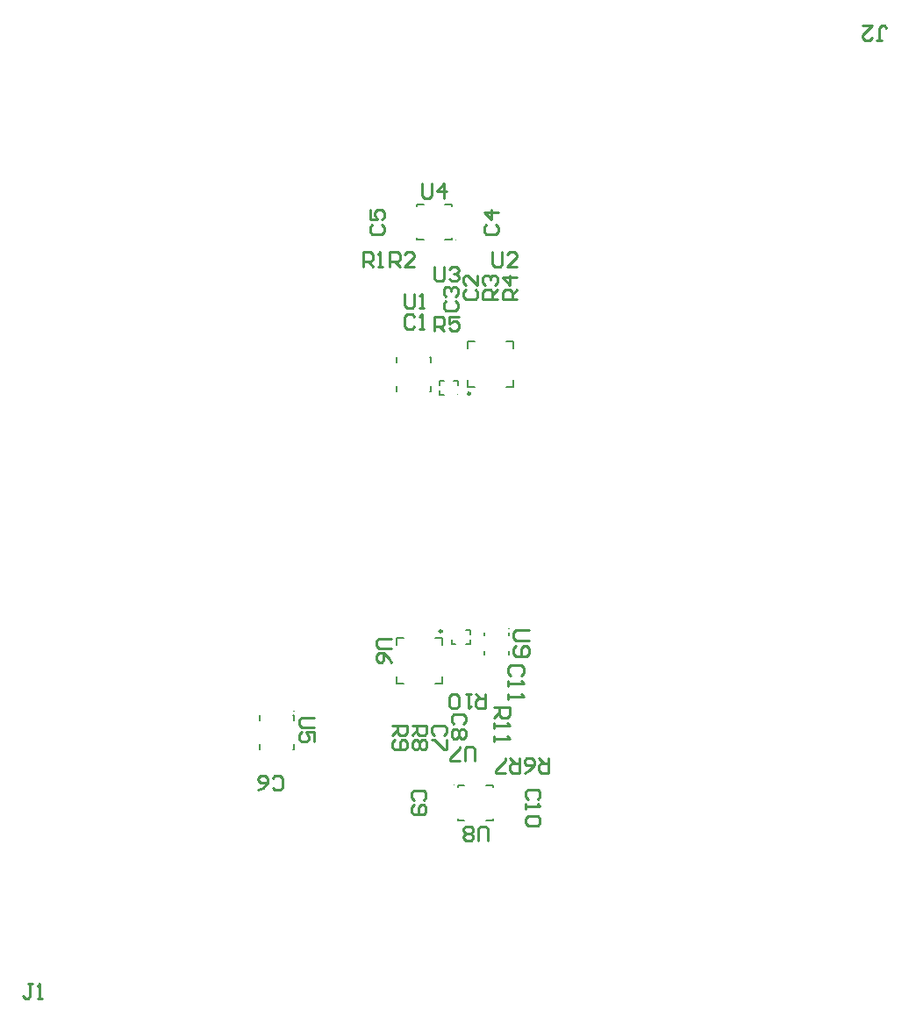
<source format=gbr>
%TF.GenerationSoftware,Altium Limited,Altium Designer,23.9.2 (47)*%
G04 Layer_Color=65535*
%FSLAX25Y25*%
%MOIN*%
%TF.SameCoordinates,C1B3935E-4126-4279-B8D9-91AEC20F268D*%
%TF.FilePolarity,Positive*%
%TF.FileFunction,Legend,Top*%
%TF.Part,Single*%
G01*
G75*
%TA.AperFunction,NonConductor*%
%ADD46C,0.00394*%
%ADD47C,0.00984*%
%ADD48C,0.00787*%
%ADD49C,0.01000*%
D46*
X40354Y-24409D02*
G03*
X40354Y-24409I-197J0D01*
G01*
X19391Y-84003D02*
G03*
X19391Y-84003I-197J0D01*
G01*
X18801Y-25282D02*
G03*
X18801Y-25282I-197J0D01*
G01*
X-41437Y-55847D02*
G03*
X-41437Y-55847I-197J0D01*
G01*
X20276Y123228D02*
G03*
X20276Y123228I-197J0D01*
G01*
X20866Y64508D02*
G03*
X20866Y64508I-197J0D01*
G01*
X-2362Y63976D02*
G03*
X-2362Y63976I-197J0D01*
G01*
D47*
X14765Y-25538D02*
G03*
X14765Y-25538I-492J0D01*
G01*
X25492Y64764D02*
G03*
X25492Y64764I-492J0D01*
G01*
D48*
X40157Y-27185D02*
Y-25984D01*
Y-34252D02*
Y-33051D01*
X30709Y-27185D02*
Y-25984D01*
Y-34252D02*
Y-33051D01*
X31576Y-97388D02*
X34155D01*
X20769D02*
X23348D01*
X31576Y-84003D02*
X34155D01*
X20769D02*
X23348D01*
X34155Y-97388D02*
Y-96798D01*
Y-84593D02*
Y-84003D01*
X20769Y-97388D02*
Y-96798D01*
Y-84593D02*
Y-84003D01*
X18433Y-30288D02*
Y-28713D01*
Y-30288D02*
X20008D01*
X23894Y-30301D02*
X25469D01*
Y-28727D01*
X25472Y-26674D02*
Y-25099D01*
X23897D02*
X25472D01*
X-2459Y-30755D02*
Y-28097D01*
X198D01*
X-2459Y-45420D02*
Y-42762D01*
Y-45420D02*
X198D01*
X12206D02*
X14864D01*
Y-42762D01*
Y-30755D02*
Y-28097D01*
X12206D02*
X14864D01*
X-41831Y-57421D02*
X-41634D01*
X-54626D02*
X-54429D01*
X-41831Y-70413D02*
X-41634D01*
X-54626D02*
X-54429D01*
X-41634Y-59429D02*
Y-57421D01*
Y-70413D02*
Y-68405D01*
X-54626Y-59429D02*
Y-57421D01*
Y-70413D02*
Y-68405D01*
X5118Y136614D02*
X7697D01*
X15925D02*
X18504D01*
X5118Y123228D02*
X7697D01*
X15925D02*
X18504D01*
X5118Y136024D02*
Y136614D01*
Y123228D02*
Y123819D01*
X18504Y136024D02*
Y136614D01*
Y123228D02*
Y123819D01*
X20840Y67939D02*
Y69513D01*
X19265D02*
X20840D01*
X13804Y69527D02*
X15379D01*
X13804Y67952D02*
Y69527D01*
X13801Y64325D02*
Y65900D01*
Y64325D02*
X15376D01*
X41732Y67323D02*
Y69980D01*
X39075Y67323D02*
X41732D01*
Y81988D02*
Y84646D01*
X39075D02*
X41732D01*
X24409D02*
X27067D01*
X24409Y81988D02*
Y84646D01*
Y67323D02*
Y69980D01*
Y67323D02*
X27067D01*
X-2559Y65551D02*
X-2362D01*
X10236D02*
X10433D01*
X-2559Y78543D02*
X-2362D01*
X10236D02*
X10433D01*
X-2559Y65551D02*
Y67559D01*
Y76535D02*
Y78543D01*
X10433Y65551D02*
Y67559D01*
Y76535D02*
Y78543D01*
D49*
X4331Y93963D02*
X3412Y94881D01*
X1576D01*
X657Y93963D01*
Y90289D01*
X1576Y89371D01*
X3412D01*
X4331Y90289D01*
X6167Y89371D02*
X8004D01*
X7086D01*
Y94881D01*
X6167Y93963D01*
X23754Y104200D02*
X22836Y103281D01*
Y101445D01*
X23754Y100526D01*
X27427D01*
X28346Y101445D01*
Y103281D01*
X27427Y104200D01*
X28346Y109710D02*
Y106036D01*
X24672Y109710D01*
X23754D01*
X22836Y108791D01*
Y106955D01*
X23754Y106036D01*
X31628Y129003D02*
X30710Y128085D01*
Y126248D01*
X31628Y125330D01*
X35301D01*
X36220Y126248D01*
Y128085D01*
X35301Y129003D01*
X36220Y133595D02*
X30710D01*
X33465Y130840D01*
Y134513D01*
X-11679Y129003D02*
X-12597Y128085D01*
Y126248D01*
X-11679Y125330D01*
X-8006D01*
X-7087Y126248D01*
Y128085D01*
X-8006Y129003D01*
X-12597Y134513D02*
Y130840D01*
X-9843D01*
X-10761Y132676D01*
Y133595D01*
X-9843Y134513D01*
X-8006D01*
X-7087Y133595D01*
Y131758D01*
X-8006Y130840D01*
X16274Y99869D02*
X15355Y98951D01*
Y97114D01*
X16274Y96196D01*
X19947D01*
X20865Y97114D01*
Y98951D01*
X19947Y99869D01*
X16274Y101706D02*
X15355Y102624D01*
Y104461D01*
X16274Y105379D01*
X17192D01*
X18110Y104461D01*
Y103542D01*
Y104461D01*
X19029Y105379D01*
X19947D01*
X20865Y104461D01*
Y102624D01*
X19947Y101706D01*
X-140748Y-159450D02*
X-142585D01*
X-141666D01*
Y-164041D01*
X-142585Y-164960D01*
X-143503D01*
X-144421Y-164041D01*
X-138911Y-164960D02*
X-137075D01*
X-137993D01*
Y-159450D01*
X-138911Y-160368D01*
X-15091Y112993D02*
Y118503D01*
X-12336D01*
X-11417Y117585D01*
Y115748D01*
X-12336Y114830D01*
X-15091D01*
X-13254D02*
X-11417Y112993D01*
X-9581D02*
X-7744D01*
X-8662D01*
Y118503D01*
X-9581Y117585D01*
X-4985Y112993D02*
Y118503D01*
X-2230D01*
X-1312Y117585D01*
Y115748D01*
X-2230Y114830D01*
X-4985D01*
X-3149D02*
X-1312Y112993D01*
X4198D02*
X525D01*
X4198Y116666D01*
Y117585D01*
X3280Y118503D01*
X1443D01*
X525Y117585D01*
X35826Y100526D02*
X30316D01*
Y103281D01*
X31234Y104200D01*
X33071D01*
X33989Y103281D01*
Y100526D01*
Y102363D02*
X35826Y104200D01*
X31234Y106036D02*
X30316Y106955D01*
Y108791D01*
X31234Y109710D01*
X32153D01*
X33071Y108791D01*
Y107873D01*
Y108791D01*
X33989Y109710D01*
X34907D01*
X35826Y108791D01*
Y106955D01*
X34907Y106036D01*
X43306Y100526D02*
X37796D01*
Y103281D01*
X38715Y104200D01*
X40551D01*
X41469Y103281D01*
Y100526D01*
Y102363D02*
X43306Y104200D01*
Y108791D02*
X37796D01*
X40551Y106036D01*
Y109710D01*
X11944Y88584D02*
Y94094D01*
X14699D01*
X15617Y93175D01*
Y91339D01*
X14699Y90420D01*
X11944D01*
X13780D02*
X15617Y88584D01*
X21127Y94094D02*
X17454D01*
Y91339D01*
X19290Y92257D01*
X20209D01*
X21127Y91339D01*
Y89502D01*
X20209Y88584D01*
X18372D01*
X17454Y89502D01*
X657Y102755D02*
Y98163D01*
X1576Y97245D01*
X3412D01*
X4331Y98163D01*
Y102755D01*
X6167Y97245D02*
X8004D01*
X7086D01*
Y102755D01*
X6167Y101837D01*
X33991Y118503D02*
Y113911D01*
X34909Y112993D01*
X36746D01*
X37664Y113911D01*
Y118503D01*
X43174Y112993D02*
X39501D01*
X43174Y116666D01*
Y117585D01*
X42256Y118503D01*
X40419D01*
X39501Y117585D01*
X11944Y112991D02*
Y108399D01*
X12862Y107481D01*
X14699D01*
X15617Y108399D01*
Y112991D01*
X17454Y112073D02*
X18372Y112991D01*
X20209D01*
X21127Y112073D01*
Y111155D01*
X20209Y110236D01*
X19290D01*
X20209D01*
X21127Y109318D01*
Y108399D01*
X20209Y107481D01*
X18372D01*
X17454Y108399D01*
X7219Y144487D02*
Y139896D01*
X8138Y138977D01*
X9974D01*
X10893Y139896D01*
Y144487D01*
X15484Y138977D02*
Y144487D01*
X12729Y141732D01*
X16403D01*
X32151Y-105117D02*
Y-100525D01*
X31232Y-99607D01*
X29396D01*
X28477Y-100525D01*
Y-105117D01*
X26641Y-104199D02*
X25722Y-105117D01*
X23886D01*
X22967Y-104199D01*
Y-103280D01*
X23886Y-102362D01*
X22967Y-101444D01*
Y-100525D01*
X23886Y-99607D01*
X25722D01*
X26641Y-100525D01*
Y-101444D01*
X25722Y-102362D01*
X26641Y-103280D01*
Y-104199D01*
X25722Y-102362D02*
X23886D01*
X27033Y-74802D02*
Y-70211D01*
X26114Y-69292D01*
X24278D01*
X23359Y-70211D01*
Y-74802D01*
X21523D02*
X17849D01*
Y-73884D01*
X21523Y-70211D01*
Y-69292D01*
X-4627Y-28282D02*
X-9219D01*
X-10137Y-29201D01*
Y-31037D01*
X-9219Y-31956D01*
X-4627D01*
Y-37466D02*
X-5545Y-35629D01*
X-7382Y-33792D01*
X-9219D01*
X-10137Y-34711D01*
Y-36547D01*
X-9219Y-37466D01*
X-8300D01*
X-7382Y-36547D01*
Y-33792D01*
X-33958Y-58302D02*
X-38549D01*
X-39468Y-59220D01*
Y-61057D01*
X-38549Y-61975D01*
X-33958D01*
Y-67485D02*
Y-63812D01*
X-36713D01*
X-35794Y-65649D01*
Y-66567D01*
X-36713Y-67485D01*
X-38549D01*
X-39468Y-66567D01*
Y-64730D01*
X-38549Y-63812D01*
X31297Y-49312D02*
Y-54822D01*
X28542D01*
X27624Y-53904D01*
Y-52067D01*
X28542Y-51149D01*
X31297D01*
X29460D02*
X27624Y-49312D01*
X25787D02*
X23950D01*
X24869D01*
Y-54822D01*
X25787Y-53904D01*
X21195D02*
X20277Y-54822D01*
X18440D01*
X17522Y-53904D01*
Y-50230D01*
X18440Y-49312D01*
X20277D01*
X21195Y-50230D01*
Y-53904D01*
X-4033Y-61301D02*
X1477D01*
Y-64056D01*
X559Y-64974D01*
X-1278D01*
X-2196Y-64056D01*
Y-61301D01*
Y-63137D02*
X-4033Y-64974D01*
X-3115Y-66811D02*
X-4033Y-67729D01*
Y-69566D01*
X-3115Y-70484D01*
X559D01*
X1477Y-69566D01*
Y-67729D01*
X559Y-66811D01*
X-359D01*
X-1278Y-67729D01*
Y-70484D01*
X3447Y-61301D02*
X8958D01*
Y-64056D01*
X8039Y-64974D01*
X6202D01*
X5284Y-64056D01*
Y-61301D01*
Y-63137D02*
X3447Y-64974D01*
X8039Y-66811D02*
X8958Y-67729D01*
Y-69566D01*
X8039Y-70484D01*
X7121D01*
X6202Y-69566D01*
X5284Y-70484D01*
X4366D01*
X3447Y-69566D01*
Y-67729D01*
X4366Y-66811D01*
X5284D01*
X6202Y-67729D01*
X7121Y-66811D01*
X8039D01*
X6202Y-67729D02*
Y-69566D01*
X44259Y-73767D02*
Y-79277D01*
X41504D01*
X40585Y-78359D01*
Y-76522D01*
X41504Y-75604D01*
X44259D01*
X42422D02*
X40585Y-73767D01*
X38749Y-79277D02*
X35075D01*
Y-78359D01*
X38749Y-74686D01*
Y-73767D01*
X55282D02*
Y-79277D01*
X52527D01*
X51609Y-78359D01*
Y-76522D01*
X52527Y-75604D01*
X55282D01*
X53446D02*
X51609Y-73767D01*
X46099Y-79277D02*
X47936Y-78359D01*
X49772Y-76522D01*
Y-74686D01*
X48854Y-73767D01*
X47017D01*
X46099Y-74686D01*
Y-75604D01*
X47017Y-76522D01*
X49772D01*
X179952Y198964D02*
X181789D01*
X180870D01*
Y203556D01*
X181789Y204474D01*
X182707D01*
X183625Y203556D01*
X174442Y204474D02*
X178115D01*
X174442Y200801D01*
Y199882D01*
X175360Y198964D01*
X177197D01*
X178115Y199882D01*
X22990Y-60734D02*
X23909Y-59816D01*
Y-57979D01*
X22990Y-57060D01*
X19317D01*
X18399Y-57979D01*
Y-59816D01*
X19317Y-60734D01*
X22990Y-62571D02*
X23909Y-63489D01*
Y-65325D01*
X22990Y-66244D01*
X22072D01*
X21154Y-65325D01*
X20235Y-66244D01*
X19317D01*
X18399Y-65325D01*
Y-63489D01*
X19317Y-62571D01*
X20235D01*
X21154Y-63489D01*
X22072Y-62571D01*
X22990D01*
X21154Y-63489D02*
Y-65325D01*
X51049Y-89306D02*
X51968Y-88387D01*
Y-86550D01*
X51049Y-85632D01*
X47376D01*
X46458Y-86550D01*
Y-88387D01*
X47376Y-89306D01*
X46458Y-91142D02*
Y-92979D01*
Y-92061D01*
X51968D01*
X51049Y-91142D01*
Y-95734D02*
X51968Y-96652D01*
Y-98489D01*
X51049Y-99407D01*
X47376D01*
X46458Y-98489D01*
Y-96652D01*
X47376Y-95734D01*
X51049D01*
X7742Y-89633D02*
X8660Y-88714D01*
Y-86878D01*
X7742Y-85960D01*
X4069D01*
X3150Y-86878D01*
Y-88714D01*
X4069Y-89633D01*
Y-91470D02*
X3150Y-92388D01*
Y-94225D01*
X4069Y-95143D01*
X7742D01*
X8660Y-94225D01*
Y-92388D01*
X7742Y-91470D01*
X6824D01*
X5906Y-92388D01*
Y-95143D01*
X15519Y-64974D02*
X16438Y-64056D01*
Y-62219D01*
X15519Y-61301D01*
X11846D01*
X10928Y-62219D01*
Y-64056D01*
X11846Y-64974D01*
X16438Y-66811D02*
Y-70484D01*
X15519D01*
X11846Y-66811D01*
X10928D01*
X-49582Y-84908D02*
X-48663Y-85826D01*
X-46827D01*
X-45908Y-84908D01*
Y-81234D01*
X-46827Y-80316D01*
X-48663D01*
X-49582Y-81234D01*
X-55092Y-85826D02*
X-53255Y-84908D01*
X-51418Y-83071D01*
Y-81234D01*
X-52337Y-80316D01*
X-54173D01*
X-55092Y-81234D01*
Y-82152D01*
X-54173Y-83071D01*
X-51418D01*
X44814Y-42383D02*
X45814Y-41383D01*
Y-39384D01*
X44814Y-38384D01*
X40816D01*
X39816Y-39384D01*
Y-41383D01*
X40816Y-42383D01*
X39816Y-44382D02*
Y-46381D01*
Y-45382D01*
X45814D01*
X44814Y-44382D01*
X39816Y-49380D02*
Y-51380D01*
Y-50380D01*
X45814D01*
X44814Y-49380D01*
X47684Y-25218D02*
X42686D01*
X41686Y-26218D01*
Y-28217D01*
X42686Y-29217D01*
X47684D01*
X42686Y-31216D02*
X41686Y-32216D01*
Y-34215D01*
X42686Y-35215D01*
X46684D01*
X47684Y-34215D01*
Y-32216D01*
X46684Y-31216D01*
X45685D01*
X44685Y-32216D01*
Y-35215D01*
X34403Y-54526D02*
X40401D01*
Y-57525D01*
X39401Y-58525D01*
X37402D01*
X36402Y-57525D01*
Y-54526D01*
Y-56525D02*
X34403Y-58525D01*
Y-60524D02*
Y-62523D01*
Y-61523D01*
X40401D01*
X39401Y-60524D01*
X34403Y-65522D02*
Y-67522D01*
Y-66522D01*
X40401D01*
X39401Y-65522D01*
%TF.MD5,fac519eedf3ceeea0a3cddd357c7a5a0*%
M02*

</source>
